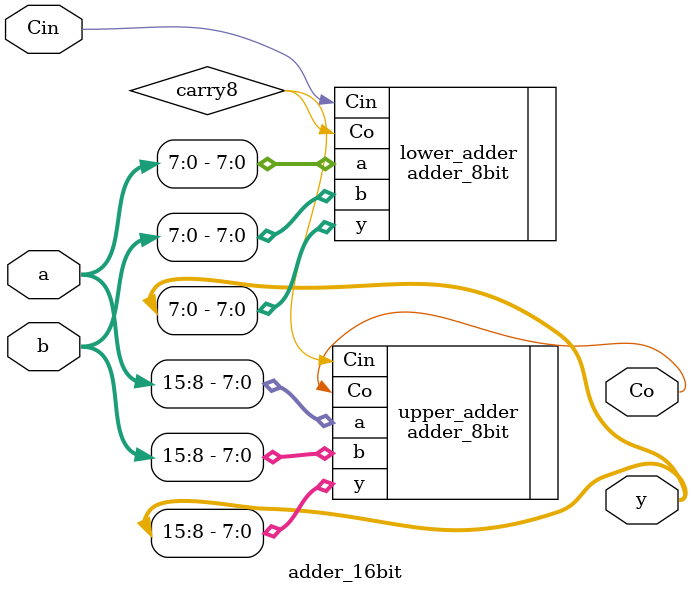
<source format=v>
module adder_16bit (
    input  wire [15:0] a,
    input  wire [15:0] b,
    input  wire        Cin,
    output wire [15:0] y,
    output wire        Co
);

    // Internal wire to connect the carry-out of the lower adder to the carry-in of the upper adder.
    wire carry8;

    // Instantiate the lower 8-bit adder (for bits 7:0) with the provided carry-in.
    adder_8bit lower_adder (
        .a(a[7:0]),
        .b(b[7:0]),
        .Cin(Cin),
        .y(y[7:0]),
        .Co(carry8)
    );

    // Instantiate the upper 8-bit adder (for bits 15:8) with the carried-out value from the lower adder.
    adder_8bit upper_adder (
        .a(a[15:8]),
        .b(b[15:8]),
        .Cin(carry8),
        .y(y[15:8]),
        .Co(Co)
    );

endmodule
</source>
